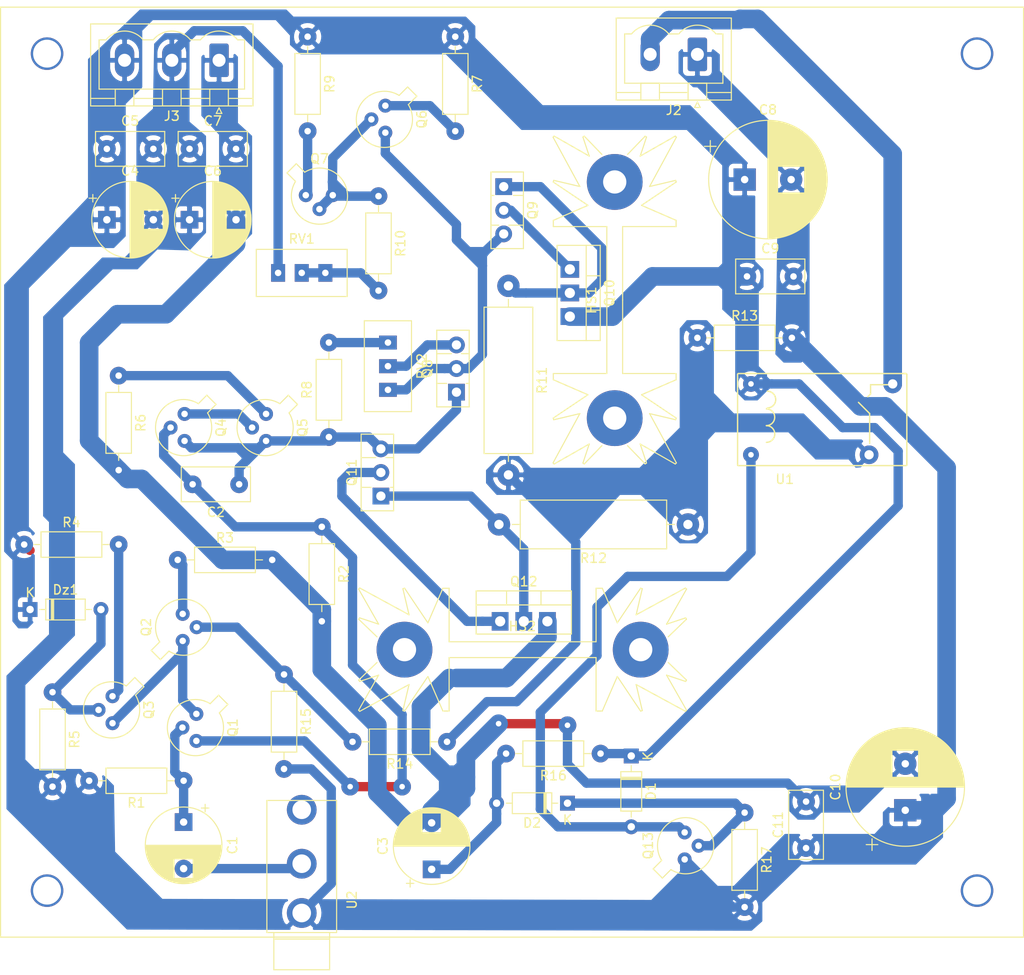
<source format=kicad_pcb>
(kicad_pcb (version 20171130) (host pcbnew "(5.1.5)-3")
  (title_block (title "Buck 45V vers 24/12V 13A") (rev V0) (company "INSA GEI") (comment 1 TR))
  (layers (0 F.Cu signal) (31 B.Cu signal) (34 B.Paste user) (35 F.Paste user) (36 B.SilkS user) (37 F.SilkS user) (38 B.Mask user) (39 F.Mask user) (44 Edge.Cuts user))
  (net 0 "")
  (net 1 "Net-(C1-Pad1)")
  (net 2 /JC1)
  (net 3 "Net-(C2-Pad1)")
  (net 4 "Net-(C2-Pad2)")
  (net 5 -12V)
  (net 6 "Net-(C3-Pad1)")
  (net 7 GND)
  (net 8 +12V)
  (net 9 "Net-(D1-Pad2)")
  (net 10 "Net-(D2-Pad1)")
  (net 11 "Net-(Dz1-Pad2)")
  (net 12 "Net-(J2-Pad1)")
  (net 13 "Net-(Q1-Pad1)")
  (net 14 "Net-(Q2-Pad2)")
  (net 15 "Net-(Q2-Pad3)")
  (net 16 "Net-(Q3-Pad1)")
  (net 17 "Net-(Q4-Pad1)")
  (net 18 "Net-(Q5-Pad1)")
  (net 19 "Net-(Q6-Pad1)")
  (net 20 "Net-(Q6-Pad2)")
  (net 21 "Net-(Q6-Pad3)")
  (net 22 "Net-(Q7-Pad1)")
  (net 23 "Net-(Q8-Pad3)")
  (net 24 "Net-(Q10-Pad2)")
  (net 25 "Net-(Q10-Pad1)")
  (net 26 "Net-(Q11-Pad1)")
  (net 27 "Net-(Q11-Pad2)")
  (net 28 "Net-(R8-Pad2)")
  (net 29 "Net-(R10-Pad2)")
  (net 30 "Net-(R11-Pad2)")
  (net 31 "Net-(U2-PadTN)")
  (module Lib3imacsCorrige:TO-18-3 (layer F.Cu) (at 114.808 169.164 90)
    (fp_text reference Q13 (at 1.27 -4.02 90) (layer F.SilkS))
    (fp_text value 2N2222)
    (pad 1 thru_hole circle (at -0.2 -0.1 90) (size 1.5 1.5) (drill 0.7) (layers *.Cu *.Mask) (net 7 GND))
    (pad 2 thru_hole circle (at 1.27 1.4 90) (size 1.5 1.5) (drill 0.7) (layers *.Cu *.Mask) (net 10 "Net-(D2-Pad1)"))
    (pad 3 thru_hole circle (at 2.7 -0.1 90) (size 1.5 1.5) (drill 0.7) (layers *.Cu *.Mask) (net 9 "Net-(D1-Pad2)"))
  )
  (module Diode_THT:D_DO-35_SOD27_P7.62mm_Horizontal (layer F.Cu) (at 102.108 163.322 180)
    (fp_text reference D2 (at 3.81 -2.12) (layer F.SilkS))
    (fp_text value 1N4148)
    (fp_text user K (at 0 -1.8) (layer F.SilkS))
    (pad 1 thru_hole rect (at 0 0 180) (size 1.6 1.6) (drill 0.8) (layers *.Cu *.Mask) (net 10 "Net-(D2-Pad1)"))
    (pad 2 thru_hole oval (at 7.62 0 180) (size 1.6 1.6) (drill 0.8) (layers *.Cu *.Mask) (net 6 "Net-(C3-Pad1)"))
  )
  (module Lib3imacsCorrige:CP_Radial_D8.0mm_P5.00mm (layer F.Cu) (at 60.833 165.354 270)
    (fp_text reference C1 (at 2.5 -5.25 90) (layer F.SilkS))
    (fp_text value 47u)
    (pad 1 thru_hole rect (at 0 0 270) (size 1.9 1.9) (drill 0.8) (layers *.Cu *.Mask) (net 1 "Net-(C1-Pad1)"))
    (pad 2 thru_hole circle (at 5 0 270) (size 1.9 1.9) (drill 0.8) (layers *.Cu *.Mask) (net 2 /JC1))
  )
  (module Lib3imacsCorrige:C_Rect_L7.2mm_W3.5mm_P5.00mm_FKS2_FKP2_MKS2_MKP2 (layer F.Cu) (at 66.802 129.032 180)
    (fp_text reference C2 (at 2.5 -3) (layer F.SilkS))
    (fp_text value C)
    (pad 1 thru_hole circle (at 0 0 180) (size 1.9 1.9) (drill 0.7) (layers *.Cu *.Mask) (net 3 "Net-(C2-Pad1)"))
    (pad 2 thru_hole circle (at 5 0 180) (size 1.9 1.9) (drill 0.7) (layers *.Cu *.Mask) (net 4 "Net-(C2-Pad2)"))
  )
  (module Lib3imacsCorrige:CP_Radial_D8.0mm_P5.00mm (layer F.Cu) (at 87.503 170.434 90)
    (fp_text reference C3 (at 2.5 -5.25 90) (layer F.SilkS))
    (fp_text value 47u)
    (pad 2 thru_hole circle (at 5 0 90) (size 1.9 1.9) (drill 0.8) (layers *.Cu *.Mask) (net 5 -12V))
    (pad 1 thru_hole rect (at 0 0 90) (size 1.9 1.9) (drill 0.8) (layers *.Cu *.Mask) (net 6 "Net-(C3-Pad1)"))
  )
  (module Lib3imacsCorrige:CP_Radial_D8.0mm_P5.00mm (layer F.Cu) (at 52.578 100.584)
    (fp_text reference C4 (at 2.5 -5.25) (layer F.SilkS))
    (fp_text value 10u)
    (pad 2 thru_hole circle (at 5 0) (size 1.9 1.9) (drill 0.8) (layers *.Cu *.Mask) (net 7 GND))
    (pad 1 thru_hole rect (at 0 0) (size 1.9 1.9) (drill 0.8) (layers *.Cu *.Mask) (net 8 +12V))
  )
  (module Lib3imacsCorrige:C_Rect_L7.2mm_W3.5mm_P5.00mm_FKS2_FKP2_MKS2_MKP2 (layer F.Cu) (at 52.578 92.964)
    (fp_text reference C5 (at 2.5 -3) (layer F.SilkS))
    (fp_text value 100n)
    (pad 1 thru_hole circle (at 0 0) (size 1.9 1.9) (drill 0.7) (layers *.Cu *.Mask) (net 8 +12V))
    (pad 2 thru_hole circle (at 5 0) (size 1.9 1.9) (drill 0.7) (layers *.Cu *.Mask) (net 7 GND))
  )
  (module Lib3imacsCorrige:CP_Radial_D8.0mm_P5.00mm (layer F.Cu) (at 61.468 100.584)
    (fp_text reference C6 (at 2.5 -5.25) (layer F.SilkS))
    (fp_text value 10u)
    (pad 1 thru_hole rect (at 0 0) (size 1.9 1.9) (drill 0.8) (layers *.Cu *.Mask) (net 7 GND))
    (pad 2 thru_hole circle (at 5 0) (size 1.9 1.9) (drill 0.8) (layers *.Cu *.Mask) (net 5 -12V))
  )
  (module Lib3imacsCorrige:C_Rect_L7.2mm_W3.5mm_P5.00mm_FKS2_FKP2_MKS2_MKP2 (layer F.Cu) (at 61.468 92.964)
    (fp_text reference C7 (at 2.5 -3) (layer F.SilkS))
    (fp_text value 100n)
    (pad 2 thru_hole circle (at 5 0) (size 1.9 1.9) (drill 0.7) (layers *.Cu *.Mask) (net 5 -12V))
    (pad 1 thru_hole circle (at 0 0) (size 1.9 1.9) (drill 0.7) (layers *.Cu *.Mask) (net 7 GND))
  )
  (module Lib3imacsCorrige:CP_Radial_D12.5mm_P5.00mm (layer F.Cu) (at 121.158 96.266)
    (fp_text reference C8 (at 2.5 -7.5) (layer F.SilkS))
    (fp_text value 470u)
    (pad 1 thru_hole rect (at 0 0) (size 2.4 2.4) (drill 0.8) (layers *.Cu *.Mask) (net 8 +12V))
    (pad 2 thru_hole circle (at 5 0) (size 2.4 2.4) (drill 0.8) (layers *.Cu *.Mask) (net 7 GND))
  )
  (module Lib3imacsCorrige:C_Rect_L7.2mm_W3.5mm_P5.00mm_FKS2_FKP2_MKS2_MKP2 (layer F.Cu) (at 121.412 106.68)
    (fp_text reference C9 (at 2.5 -3) (layer F.SilkS))
    (fp_text value 100n)
    (pad 1 thru_hole circle (at 0 0) (size 1.9 1.9) (drill 0.7) (layers *.Cu *.Mask) (net 8 +12V))
    (pad 2 thru_hole circle (at 5 0) (size 1.9 1.9) (drill 0.7) (layers *.Cu *.Mask) (net 7 GND))
  )
  (module Lib3imacsCorrige:CP_Radial_D12.5mm_P5.00mm (layer F.Cu) (at 138.43 164.084 90)
    (fp_text reference C10 (at 2.5 -7.5 90) (layer F.SilkS))
    (fp_text value 470u)
    (pad 2 thru_hole circle (at 5 0 90) (size 2.4 2.4) (drill 0.8) (layers *.Cu *.Mask) (net 5 -12V))
    (pad 1 thru_hole rect (at 0 0 90) (size 2.4 2.4) (drill 0.8) (layers *.Cu *.Mask) (net 7 GND))
  )
  (module Lib3imacsCorrige:C_Rect_L7.2mm_W3.5mm_P5.00mm_FKS2_FKP2_MKS2_MKP2 (layer F.Cu) (at 127.762 168.148 90)
    (fp_text reference C11 (at 2.5 -3 90) (layer F.SilkS))
    (fp_text value 100n)
    (pad 2 thru_hole circle (at 5 0 90) (size 1.9 1.9) (drill 0.7) (layers *.Cu *.Mask) (net 5 -12V))
    (pad 1 thru_hole circle (at 0 0 90) (size 1.9 1.9) (drill 0.7) (layers *.Cu *.Mask) (net 7 GND))
  )
  (module Diode_THT:D_DO-35_SOD27_P7.62mm_Horizontal (layer F.Cu) (at 108.966 158.242 270)
    (fp_text reference D1 (at 3.81 -2.12 90) (layer F.SilkS))
    (fp_text value 1N4148)
    (fp_text user K (at 0 -1.8 90) (layer F.SilkS))
    (pad 1 thru_hole rect (at 0 0 270) (size 1.6 1.6) (drill 0.8) (layers *.Cu *.Mask) (net 8 +12V))
    (pad 2 thru_hole oval (at 7.62 0 270) (size 1.6 1.6) (drill 0.8) (layers *.Cu *.Mask) (net 9 "Net-(D1-Pad2)"))
  )
  (module Diode_THT:D_DO-35_SOD27_P7.62mm_Horizontal (layer F.Cu) (at 44.323 142.494)
    (fp_text reference Dz1 (at 3.81 -2.12) (layer F.SilkS))
    (fp_text value BZx55C5V1)
    (fp_text user K (at 0 -1.8) (layer F.SilkS))
    (pad 2 thru_hole oval (at 7.62 0) (size 1.6 1.6) (drill 0.8) (layers *.Cu *.Mask) (net 11 "Net-(Dz1-Pad2)"))
    (pad 1 thru_hole rect (at 0 0) (size 1.6 1.6) (drill 0.8) (layers *.Cu *.Mask) (net 8 +12V))
  )
  (module Lib3imacsCorrige:Heatsink_Fischer_SK104-STC-STIC_35x13mm_2xDrill2.5mm (layer F.Cu) (at 107.188 109.22 90)
    (fp_text reference HS1 (at -0.025 -2.5 90) (layer F.SilkS))
    (fp_text value Heatsink)
    (pad 1 thru_hole circle (at 12.7 0 90) (size 6 6) (drill 2.5) (layers *.Cu *.Mask))
    (pad 1 thru_hole circle (at -12.7 0 270) (size 6 6) (drill 2.5) (layers *.Cu *.Mask))
  )
  (module Lib3imacsCorrige:Heatsink_Fischer_SK104-STC-STIC_35x13mm_2xDrill2.5mm (layer F.Cu) (at 97.282 146.812)
    (fp_text reference HS2 (at -0.025 -2.5) (layer F.SilkS))
    (fp_text value Heatsink)
    (pad 1 thru_hole circle (at -12.7 0 180) (size 6 6) (drill 2.5) (layers *.Cu *.Mask))
    (pad 1 thru_hole circle (at 12.7 0) (size 6 6) (drill 2.5) (layers *.Cu *.Mask))
  )
  (module Lib3imacsCorrige:PhoenixContact_MSTBVA_2,5_2-G-5,08_1x02_P5.08mm_Vertical (layer F.Cu) (at 116.078 82.804 180)
    (fp_text reference J2 (at 2.54 -6) (layer F.SilkS))
    (fp_text value Conn_01x02)
    (pad 1 thru_hole roundrect (at 0 0 180) (size 2.08 3.6) (drill 1.4) (layers *.Cu *.Mask) (roundrect_rratio 0.12) (net 7 GND))
    (pad 2 thru_hole oval (at 5.08 0 180) (size 2.08 3.6) (drill 1.4) (layers *.Cu *.Mask) (net 12 "Net-(J2-Pad1)"))
  )
  (module Lib3imacsCorrige:PhoenixContact_MSTBVA_2,5_3-G-5,08_1x03_P5.08mm_Vertical (layer F.Cu) (at 64.643 83.439 180)
    (fp_text reference J3 (at 5.08 -6) (layer F.SilkS))
    (fp_text value Conn_01x03)
    (pad 1 thru_hole roundrect (at 0 0 180) (size 2.08 3.6) (drill 1.4) (layers *.Cu *.Mask) (roundrect_rratio 0.120192) (net 5 -12V))
    (pad 2 thru_hole oval (at 5.08 0 180) (size 2.08 3.6) (drill 1.4) (layers *.Cu *.Mask) (net 7 GND))
    (pad 3 thru_hole oval (at 10.16 0 180) (size 2.08 3.6) (drill 1.4) (layers *.Cu *.Mask) (net 8 +12V))
  )
  (module Lib3imacsCorrige:TO-18-3 (layer F.Cu) (at 62.103 153.924 270)
    (fp_text reference Q1 (at 1.27 -4.02 90) (layer F.SilkS))
    (fp_text value 2N2907)
    (pad 3 thru_hole circle (at 2.7 -0.1 270) (size 1.5 1.5) (drill 0.7) (layers *.Cu *.Mask) (net 4 "Net-(C2-Pad2)"))
    (pad 2 thru_hole circle (at 1.27 1.4 270) (size 1.5 1.5) (drill 0.7) (layers *.Cu *.Mask) (net 1 "Net-(C1-Pad1)"))
    (pad 1 thru_hole circle (at -0.2 -0.1 270) (size 1.5 1.5) (drill 0.7) (layers *.Cu *.Mask) (net 13 "Net-(Q1-Pad1)"))
  )
  (module Lib3imacsCorrige:TO-18-3 (layer F.Cu) (at 60.833 145.669 90)
    (fp_text reference Q2 (at 1.27 -4.02 90) (layer F.SilkS))
    (fp_text value 2N2907)
    (pad 1 thru_hole circle (at -0.2 -0.1 90) (size 1.5 1.5) (drill 0.7) (layers *.Cu *.Mask) (net 13 "Net-(Q1-Pad1)"))
    (pad 2 thru_hole circle (at 1.27 1.4 90) (size 1.5 1.5) (drill 0.7) (layers *.Cu *.Mask) (net 14 "Net-(Q2-Pad2)"))
    (pad 3 thru_hole circle (at 2.7 -0.1 90) (size 1.5 1.5) (drill 0.7) (layers *.Cu *.Mask) (net 15 "Net-(Q2-Pad3)"))
  )
  (module Lib3imacsCorrige:TO-18-3 (layer F.Cu) (at 53.086 152.019 270)
    (fp_text reference Q3 (at 1.27 -4.02 90) (layer F.SilkS))
    (fp_text value 2N2907)
    (pad 3 thru_hole circle (at 2.7 -0.1 270) (size 1.5 1.5) (drill 0.7) (layers *.Cu *.Mask) (net 13 "Net-(Q1-Pad1)"))
    (pad 2 thru_hole circle (at 1.27 1.4 270) (size 1.5 1.5) (drill 0.7) (layers *.Cu *.Mask) (net 11 "Net-(Dz1-Pad2)"))
    (pad 1 thru_hole circle (at -0.2 -0.1 270) (size 1.5 1.5) (drill 0.7) (layers *.Cu *.Mask) (net 16 "Net-(Q3-Pad1)"))
  )
  (module Lib3imacsCorrige:TO-18-3 (layer F.Cu) (at 60.833 121.666 270)
    (fp_text reference Q4 (at 1.27 -4.02 90) (layer F.SilkS))
    (fp_text value 2N2222)
    (pad 1 thru_hole circle (at -0.2 -0.1 270) (size 1.5 1.5) (drill 0.7) (layers *.Cu *.Mask) (net 17 "Net-(Q4-Pad1)"))
    (pad 2 thru_hole circle (at 1.27 1.4 270) (size 1.5 1.5) (drill 0.7) (layers *.Cu *.Mask) (net 4 "Net-(C2-Pad2)"))
    (pad 3 thru_hole circle (at 2.7 -0.1 270) (size 1.5 1.5) (drill 0.7) (layers *.Cu *.Mask) (net 3 "Net-(C2-Pad1)"))
  )
  (module Lib3imacsCorrige:TO-18-3 (layer F.Cu) (at 69.596 121.666 270)
    (fp_text reference Q5 (at 1.27 -4.02 90) (layer F.SilkS))
    (fp_text value 2N2222)
    (pad 3 thru_hole circle (at 2.7 -0.1 270) (size 1.5 1.5) (drill 0.7) (layers *.Cu *.Mask) (net 3 "Net-(C2-Pad1)"))
    (pad 2 thru_hole circle (at 1.27 1.4 270) (size 1.5 1.5) (drill 0.7) (layers *.Cu *.Mask) (net 17 "Net-(Q4-Pad1)"))
    (pad 1 thru_hole circle (at -0.2 -0.1 270) (size 1.5 1.5) (drill 0.7) (layers *.Cu *.Mask) (net 18 "Net-(Q5-Pad1)"))
  )
  (module Lib3imacsCorrige:TO-18-3 (layer F.Cu) (at 82.423 88.519 270)
    (fp_text reference Q6 (at 1.27 -4.02 90) (layer F.SilkS))
    (fp_text value 2N2907)
    (pad 1 thru_hole circle (at -0.2 -0.1 270) (size 1.5 1.5) (drill 0.7) (layers *.Cu *.Mask) (net 19 "Net-(Q6-Pad1)"))
    (pad 2 thru_hole circle (at 1.27 1.4 270) (size 1.5 1.5) (drill 0.7) (layers *.Cu *.Mask) (net 20 "Net-(Q6-Pad2)"))
    (pad 3 thru_hole circle (at 2.7 -0.1 270) (size 1.5 1.5) (drill 0.7) (layers *.Cu *.Mask) (net 21 "Net-(Q6-Pad3)"))
  )
  (module Lib3imacsCorrige:TO-18-3 (layer F.Cu) (at 74.168 98.044)
    (fp_text reference Q7 (at 1.27 -4.02) (layer F.SilkS))
    (fp_text value 2N2907)
    (pad 3 thru_hole circle (at 2.7 -0.1) (size 1.5 1.5) (drill 0.7) (layers *.Cu *.Mask) (net 20 "Net-(Q6-Pad2)"))
    (pad 2 thru_hole circle (at 1.27 1.4) (size 1.5 1.5) (drill 0.7) (layers *.Cu *.Mask) (net 20 "Net-(Q6-Pad2)"))
    (pad 1 thru_hole circle (at -0.2 -0.1) (size 1.5 1.5) (drill 0.7) (layers *.Cu *.Mask) (net 22 "Net-(Q7-Pad1)"))
  )
  (module Package_TO_SOT_THT:TO-126-3_Vertical (layer F.Cu) (at 90.17 119.126 90)
    (fp_text reference Q8 (at 2.54 -3.12 90) (layer F.SilkS))
    (fp_text value BD139)
    (pad 3 thru_hole oval (at 5.08 0 90) (size 1.8 1.8) (drill 1) (layers *.Cu *.Mask) (net 23 "Net-(Q8-Pad3)"))
    (pad 2 thru_hole oval (at 2.54 0 90) (size 1.8 1.8) (drill 1) (layers *.Cu *.Mask) (net 21 "Net-(Q6-Pad3)"))
    (pad 1 thru_hole rect (at 0 0 90) (size 1.8 1.8) (drill 1) (layers *.Cu *.Mask) (net 3 "Net-(C2-Pad1)"))
  )
  (module Package_TO_SOT_THT:TO-126-3_Vertical (layer F.Cu) (at 95.25 97.028 270)
    (fp_text reference Q9 (at 2.54 -3.12 90) (layer F.SilkS))
    (fp_text value BD139)
    (pad 1 thru_hole rect (at 0 0 270) (size 1.8 1.8) (drill 1) (layers *.Cu *.Mask) (net 24 "Net-(Q10-Pad2)"))
    (pad 2 thru_hole oval (at 2.54 0 270) (size 1.8 1.8) (drill 1) (layers *.Cu *.Mask) (net 25 "Net-(Q10-Pad1)"))
    (pad 3 thru_hole oval (at 5.08 0 270) (size 1.8 1.8) (drill 1) (layers *.Cu *.Mask) (net 21 "Net-(Q6-Pad3)"))
  )
  (module Lib3imacsCorrige:TO-220-3_Vertical (layer F.Cu) (at 102.362 105.918 270)
    (fp_text reference Q10 (at 2.54 -4.27 90) (layer F.SilkS))
    (fp_text value TIP31)
    (pad 3 thru_hole rect (at 5.08 0 270) (size 1.8 2) (drill 1.1) (layers *.Cu *.Mask) (net 8 +12V))
    (pad 2 thru_hole rect (at 2.54 0 270) (size 1.8 2) (drill 1.1) (layers *.Cu *.Mask) (net 24 "Net-(Q10-Pad2)"))
    (pad 1 thru_hole rect (at 0 0 270) (size 1.8 2) (drill 1.1) (layers *.Cu *.Mask) (net 25 "Net-(Q10-Pad1)"))
  )
  (module Package_TO_SOT_THT:TO-126-3_Vertical (layer F.Cu) (at 82.042 130.302 90)
    (fp_text reference Q11 (at 2.54 -3.12 90) (layer F.SilkS))
    (fp_text value BD138)
    (pad 1 thru_hole rect (at 0 0 90) (size 1.8 1.8) (drill 1) (layers *.Cu *.Mask) (net 26 "Net-(Q11-Pad1)"))
    (pad 2 thru_hole oval (at 2.54 0 90) (size 1.8 1.8) (drill 1) (layers *.Cu *.Mask) (net 27 "Net-(Q11-Pad2)"))
    (pad 3 thru_hole oval (at 5.08 0 90) (size 1.8 1.8) (drill 1) (layers *.Cu *.Mask) (net 3 "Net-(C2-Pad1)"))
  )
  (module Lib3imacsCorrige:TO-220-3_Vertical (layer F.Cu) (at 94.869 143.764)
    (fp_text reference Q12 (at 2.54 -4.27) (layer F.SilkS))
    (fp_text value TIP31)
    (pad 1 thru_hole rect (at 0 0) (size 1.8 2) (drill 1.1) (layers *.Cu *.Mask) (net 27 "Net-(Q11-Pad2)"))
    (pad 2 thru_hole rect (at 2.54 0) (size 1.8 2) (drill 1.1) (layers *.Cu *.Mask) (net 26 "Net-(Q11-Pad1)"))
    (pad 3 thru_hole rect (at 5.08 0) (size 1.8 2) (drill 1.1) (layers *.Cu *.Mask) (net 5 -12V))
  )
  (module Lib3imacsCorrige:R_Axial_DIN0207_L6.3mm_D2.5mm_P10.16mm_Horizontal (layer F.Cu) (at 60.833 160.909 180)
    (fp_text reference R1 (at 5.08 -2.37) (layer F.SilkS))
    (fp_text value R)
    (pad 1 thru_hole circle (at 0 0 180) (size 1.9 1.9) (drill 0.7) (layers *.Cu *.Mask) (net 1 "Net-(C1-Pad1)"))
    (pad 2 thru_hole circle (at 10.16 0 180) (size 1.9 1.9) (drill 0.7) (layers *.Cu *.Mask) (net 7 GND))
  )
  (module Lib3imacsCorrige:R_Axial_DIN0207_L6.3mm_D2.5mm_P10.16mm_Horizontal (layer F.Cu) (at 75.692 133.604 270)
    (fp_text reference R2 (at 5.08 -2.37 90) (layer F.SilkS))
    (fp_text value 14.4K)
    (pad 2 thru_hole circle (at 10.16 0 270) (size 1.9 1.9) (drill 0.7) (layers *.Cu *.Mask) (net 5 -12V))
    (pad 1 thru_hole circle (at 0 0 270) (size 1.9 1.9) (drill 0.7) (layers *.Cu *.Mask) (net 4 "Net-(C2-Pad2)"))
  )
  (module Lib3imacsCorrige:R_Axial_DIN0207_L6.3mm_D2.5mm_P10.16mm_Horizontal (layer F.Cu) (at 60.198 137.16)
    (fp_text reference R3 (at 5.08 -2.37) (layer F.SilkS))
    (fp_text value 14.4K)
    (pad 2 thru_hole circle (at 10.16 0) (size 1.9 1.9) (drill 0.7) (layers *.Cu *.Mask) (net 5 -12V))
    (pad 1 thru_hole circle (at 0 0) (size 1.9 1.9) (drill 0.7) (layers *.Cu *.Mask) (net 15 "Net-(Q2-Pad3)"))
  )
  (module Lib3imacsCorrige:R_Axial_DIN0207_L6.3mm_D2.5mm_P10.16mm_Horizontal (layer F.Cu) (at 43.688 135.509)
    (fp_text reference R4 (at 5.08 -2.37) (layer F.SilkS))
    (fp_text value 18K)
    (pad 2 thru_hole circle (at 10.16 0) (size 1.9 1.9) (drill 0.7) (layers *.Cu *.Mask) (net 16 "Net-(Q3-Pad1)"))
    (pad 1 thru_hole circle (at 0 0) (size 1.9 1.9) (drill 0.7) (layers *.Cu *.Mask) (net 8 +12V))
  )
  (module Lib3imacsCorrige:R_Axial_DIN0207_L6.3mm_D2.5mm_P10.16mm_Horizontal (layer F.Cu) (at 46.736 151.384 270)
    (fp_text reference R5 (at 5.08 -2.37 90) (layer F.SilkS))
    (fp_text value 1380)
    (pad 1 thru_hole circle (at 0 0 270) (size 1.9 1.9) (drill 0.7) (layers *.Cu *.Mask) (net 11 "Net-(Dz1-Pad2)"))
    (pad 2 thru_hole circle (at 10.16 0 270) (size 1.9 1.9) (drill 0.7) (layers *.Cu *.Mask) (net 7 GND))
  )
  (module Lib3imacsCorrige:R_Axial_DIN0207_L6.3mm_D2.5mm_P10.16mm_Horizontal (layer F.Cu) (at 53.848 117.348 270)
    (fp_text reference R6 (at 5.08 -2.37 90) (layer F.SilkS))
    (fp_text value 15)
    (pad 1 thru_hole circle (at 0 0 270) (size 1.9 1.9) (drill 0.7) (layers *.Cu *.Mask) (net 18 "Net-(Q5-Pad1)"))
    (pad 2 thru_hole circle (at 10.16 0 270) (size 1.9 1.9) (drill 0.7) (layers *.Cu *.Mask) (net 5 -12V))
  )
  (module Lib3imacsCorrige:R_Axial_DIN0207_L6.3mm_D2.5mm_P10.16mm_Horizontal (layer F.Cu) (at 90.043 80.899 270)
    (fp_text reference R7 (at 5.08 -2.37 90) (layer F.SilkS))
    (fp_text value 150)
    (pad 1 thru_hole circle (at 0 0 270) (size 1.9 1.9) (drill 0.7) (layers *.Cu *.Mask) (net 8 +12V))
    (pad 2 thru_hole circle (at 10.16 0 270) (size 1.9 1.9) (drill 0.7) (layers *.Cu *.Mask) (net 19 "Net-(Q6-Pad1)"))
  )
  (module Lib3imacsCorrige:R_Axial_DIN0207_L6.3mm_D2.5mm_P10.16mm_Horizontal (layer F.Cu) (at 76.454 123.952 90)
    (fp_text reference R8 (at 5.08 -2.37 90) (layer F.SilkS))
    (fp_text value R)
    (pad 2 thru_hole circle (at 10.16 0 90) (size 1.9 1.9) (drill 0.7) (layers *.Cu *.Mask) (net 28 "Net-(R8-Pad2)"))
    (pad 1 thru_hole circle (at 0 0 90) (size 1.9 1.9) (drill 0.7) (layers *.Cu *.Mask) (net 3 "Net-(C2-Pad1)"))
  )
  (module Lib3imacsCorrige:R_Axial_DIN0207_L6.3mm_D2.5mm_P10.16mm_Horizontal (layer F.Cu) (at 74.168 80.899 270)
    (fp_text reference R9 (at 5.08 -2.37 90) (layer F.SilkS))
    (fp_text value 150)
    (pad 2 thru_hole circle (at 10.16 0 270) (size 1.9 1.9) (drill 0.7) (layers *.Cu *.Mask) (net 22 "Net-(Q7-Pad1)"))
    (pad 1 thru_hole circle (at 0 0 270) (size 1.9 1.9) (drill 0.7) (layers *.Cu *.Mask) (net 8 +12V))
  )
  (module Lib3imacsCorrige:R_Axial_DIN0207_L6.3mm_D2.5mm_P10.16mm_Horizontal (layer F.Cu) (at 81.788 98.044 270)
    (fp_text reference R10 (at 5.08 -2.37 90) (layer F.SilkS))
    (fp_text value 700)
    (pad 1 thru_hole circle (at 0 0 270) (size 1.9 1.9) (drill 0.7) (layers *.Cu *.Mask) (net 20 "Net-(Q6-Pad2)"))
    (pad 2 thru_hole circle (at 10.16 0 270) (size 1.9 1.9) (drill 0.7) (layers *.Cu *.Mask) (net 29 "Net-(R10-Pad2)"))
  )
  (module Lib3imacsCorrige:R_Axial_DIN0516_L15.5mm_D5.0mm_P20.32mm_Horizontal (layer F.Cu) (at 95.758 107.696 270)
    (fp_text reference R11 (at 10.16 -3.62 90) (layer F.SilkS))
    (fp_text value R)
    (pad 1 thru_hole circle (at 0 0 270) (size 2.4 2.4) (drill 1) (layers *.Cu *.Mask) (net 24 "Net-(Q10-Pad2)"))
    (pad 2 thru_hole oval (at 20.32 0 270) (size 2.4 2.4) (drill 1) (layers *.Cu *.Mask) (net 30 "Net-(R11-Pad2)"))
  )
  (module Lib3imacsCorrige:R_Axial_DIN0516_L15.5mm_D5.0mm_P20.32mm_Horizontal (layer F.Cu) (at 115.062 133.35 180)
    (fp_text reference R12 (at 10.16 -3.62) (layer F.SilkS))
    (fp_text value R)
    (pad 2 thru_hole oval (at 20.32 0 180) (size 2.4 2.4) (drill 1) (layers *.Cu *.Mask) (net 26 "Net-(Q11-Pad1)"))
    (pad 1 thru_hole circle (at 0 0 180) (size 2.4 2.4) (drill 1) (layers *.Cu *.Mask) (net 30 "Net-(R11-Pad2)"))
  )
  (module Lib3imacsCorrige:R_Axial_DIN0207_L6.3mm_D2.5mm_P10.16mm_Horizontal (layer F.Cu) (at 116.078 113.284)
    (fp_text reference R13 (at 5.08 -2.37) (layer F.SilkS))
    (fp_text value R)
    (pad 1 thru_hole circle (at 0 0) (size 1.9 1.9) (drill 0.7) (layers *.Cu *.Mask) (net 30 "Net-(R11-Pad2)"))
    (pad 2 thru_hole circle (at 10.16 0) (size 1.9 1.9) (drill 0.7) (layers *.Cu *.Mask) (net 7 GND))
  )
  (module Lib3imacsCorrige:R_Axial_DIN0207_L6.3mm_D2.5mm_P10.16mm_Horizontal (layer F.Cu) (at 89.154 156.718 180)
    (fp_text reference R14 (at 5.08 -2.37) (layer F.SilkS))
    (fp_text value R)
    (pad 2 thru_hole circle (at 10.16 0 180) (size 1.9 1.9) (drill 0.7) (layers *.Cu *.Mask) (net 14 "Net-(Q2-Pad2)"))
    (pad 1 thru_hole circle (at 0 0 180) (size 1.9 1.9) (drill 0.7) (layers *.Cu *.Mask) (net 30 "Net-(R11-Pad2)"))
  )
  (module Lib3imacsCorrige:R_Axial_DIN0207_L6.3mm_D2.5mm_P10.16mm_Horizontal (layer F.Cu) (at 71.628 149.479 270)
    (fp_text reference R15 (at 5.08 -2.37 90) (layer F.SilkS))
    (fp_text value R)
    (pad 1 thru_hole circle (at 0 0 270) (size 1.9 1.9) (drill 0.7) (layers *.Cu *.Mask) (net 14 "Net-(Q2-Pad2)"))
    (pad 2 thru_hole circle (at 10.16 0 270) (size 1.9 1.9) (drill 0.7) (layers *.Cu *.Mask) (net 7 GND))
  )
  (module Lib3imacsCorrige:R_Axial_DIN0207_L6.3mm_D2.5mm_P10.16mm_Horizontal (layer F.Cu) (at 105.664 157.988 180)
    (fp_text reference R16 (at 5.08 -2.37) (layer F.SilkS))
    (fp_text value R)
    (pad 1 thru_hole circle (at 0 0 180) (size 1.9 1.9) (drill 0.7) (layers *.Cu *.Mask) (net 8 +12V))
    (pad 2 thru_hole circle (at 10.16 0 180) (size 1.9 1.9) (drill 0.7) (layers *.Cu *.Mask) (net 6 "Net-(C3-Pad1)"))
  )
  (module Lib3imacsCorrige:R_Axial_DIN0207_L6.3mm_D2.5mm_P10.16mm_Horizontal (layer F.Cu) (at 121.158 164.338 270)
    (fp_text reference R17 (at 5.08 -2.37 90) (layer F.SilkS))
    (fp_text value R)
    (pad 2 thru_hole circle (at 10.16 0 270) (size 1.9 1.9) (drill 0.7) (layers *.Cu *.Mask) (net 7 GND))
    (pad 1 thru_hole circle (at 0 0 270) (size 1.9 1.9) (drill 0.7) (layers *.Cu *.Mask) (net 10 "Net-(D2-Pad1)"))
  )
  (module Lib3imacsCorrige:Potentiometer_Bourns_3296W_Vertical (layer F.Cu) (at 76.073 106.299)
    (fp_text reference RV1 (at -2.54 -3.66) (layer F.SilkS))
    (fp_text value R_POT)
    (pad 3 thru_hole rect (at -5.08 0) (size 1.5 1.9) (drill 0.7) (layers *.Cu *.Mask) (net 7 GND))
    (pad 2 thru_hole rect (at -2.54 0) (size 1.5 1.9) (drill 0.7) (layers *.Cu *.Mask) (net 29 "Net-(R10-Pad2)"))
    (pad 1 thru_hole rect (at 0 0) (size 1.5 1.9) (drill 0.7) (layers *.Cu *.Mask) (net 29 "Net-(R10-Pad2)"))
  )
  (module Lib3imacsCorrige:Potentiometer_Bourns_3296W_Vertical (layer F.Cu) (at 82.804 118.872 270)
    (fp_text reference RV2 (at -2.54 -3.66 90) (layer F.SilkS))
    (fp_text value R_POT)
    (pad 1 thru_hole rect (at 0 0 270) (size 1.5 1.9) (drill 0.7) (layers *.Cu *.Mask) (net 21 "Net-(Q6-Pad3)"))
    (pad 2 thru_hole rect (at -2.54 0 270) (size 1.5 1.9) (drill 0.7) (layers *.Cu *.Mask) (net 23 "Net-(Q8-Pad3)"))
    (pad 3 thru_hole rect (at -5.08 0 270) (size 1.5 1.9) (drill 0.7) (layers *.Cu *.Mask) (net 28 "Net-(R8-Pad2)"))
  )
  (module Lib3imacsCorrige:Relais_112LMH2 (layer F.Cu) (at 96.774 135.382)
    (fp_text reference U1 (at 28.7 -6.9) (layer F.SilkS))
    (fp_text value Relay_1CT)
    (pad b1 thru_hole circle (at 25.065 -9.525) (size 1.7 1.7) (drill 0.6) (layers *.Cu *.Mask) (net 9 "Net-(D1-Pad2)"))
    (pad c1 thru_hole circle (at 37.765 -9.525) (size 2 2) (drill 1) (layers *.Cu *.Mask) (net 30 "Net-(R11-Pad2)"))
    (pad b2 thru_hole circle (at 25.065 -17.145) (size 1.7 1.7) (drill 0.6) (layers *.Cu *.Mask) (net 8 +12V))
    (pad c2 thru_hole circle (at 40.305 -17.145) (size 2 2) (drill 1) (layers *.Cu *.Mask) (net 12 "Net-(J2-Pad1)"))
  )
  (module Empreinte_Mono_Jack:Jack_Mono (layer F.Cu) (at 73.533 181.229 90)
    (fp_text reference U2 (at 7.5 5.4 90) (layer F.SilkS))
    (fp_text value Jack_Mono)
    (pad TN thru_hole circle (at 17.2 0 180) (size 3.2 3.2) (drill 2) (layers *.Cu *.Mask) (net 31 "Net-(U2-PadTN)"))
    (pad G thru_hole circle (at 6.1 0 180) (size 3.2 3.2) (drill 2) (layers *.Cu *.Mask) (net 7 GND))
    (pad T thru_hole circle (at 11.4 0 180) (size 3.2 3.2) (drill 2) (layers *.Cu *.Mask) (net 2 /JC1))
  )
  (gr_line (start 151.148 77.724) (end 151.148 177.724) (layer F.SilkS) (width 0.12))
  (gr_line (start 41.148 177.724) (end 41.148 77.724) (layer F.SilkS) (width 0.12))
  (gr_line (start 151.148 177.724) (end 41.148 177.724) (layer F.SilkS) (width 0.12))
  (gr_line (start 41.148 77.724) (end 151.148 77.724) (layer F.SilkS) (width 0.12))
  (via (at 46.148 172.724) (size 3.5) (drill 3) (layers F.Cu B.Cu) (net 0))
  (via (at 46.148 82.724) (size 3.5) (drill 3) (layers F.Cu B.Cu) (net 0))
  (via (at 146.148 172.724) (size 3.5) (drill 3) (layers F.Cu B.Cu) (net 0))
  (via (at 146.148 82.724) (size 3.5) (drill 3) (layers F.Cu B.Cu) (net 0))
  (segment (start 60.833 165.354) (end 60.833 160.909) (width 1) (layer B.Cu) (net 1))
  (segment (start 59.953001 155.943999) (end 60.703 155.194) (width 1) (layer B.Cu) (net 1))
  (segment (start 59.883001 159.959001) (end 59.883001 156.013999) (width 1) (layer B.Cu) (net 1))
  (segment (start 59.883001 156.013999) (end 59.953001 155.943999) (width 1) (layer B.Cu) (net 1))
  (segment (start 60.833 160.909) (end 59.883001 159.959001) (width 1) (layer B.Cu) (net 1))
  (segment (start 73.008 170.354) (end 73.533 169.829) (width 1) (layer B.Cu) (net 2))
  (segment (start 60.833 170.354) (end 73.008 170.354) (width 1) (layer B.Cu) (net 2))
  (segment (start 76.04 124.366) (end 76.454 123.952) (width 1) (layer B.Cu) (net 3))
  (segment (start 69.696 124.366) (end 76.04 124.366) (width 1) (layer B.Cu) (net 3))
  (segment (start 80.772 123.952) (end 82.042 125.222) (width 1) (layer B.Cu) (net 3))
  (segment (start 76.454 123.952) (end 80.772 123.952) (width 1) (layer B.Cu) (net 3))
  (segment (start 90.17 121.026) (end 90.17 119.126) (width 1) (layer B.Cu) (net 3))
  (segment (start 85.974 125.222) (end 90.17 121.026) (width 1) (layer B.Cu) (net 3))
  (segment (start 82.042 125.222) (end 85.974 125.222) (width 1) (layer B.Cu) (net 3))
  (segment (start 66.802 129.032) (end 66.802 127.26) (width 1) (layer B.Cu) (net 3))
  (segment (start 61.682999 125.115999) (end 60.933 124.366) (width 1) (layer B.Cu) (net 3))
  (segment (start 68.946001 125.115999) (end 61.682999 125.115999) (width 1) (layer B.Cu) (net 3))
  (segment (start 69.696 124.366) (end 68.946001 125.115999) (width 1) (layer B.Cu) (net 3))
  (segment (start 67.567 126.495) (end 68.946001 125.115999) (width 1) (layer B.Cu) (net 3))
  (segment (start 67.567 126.495) (end 69.696 124.366) (width 1) (layer B.Cu) (net 3))
  (segment (start 66.802 127.26) (end 67.567 126.495) (width 1) (layer B.Cu) (net 3))
  (segment (start 67.567 126.495) (end 67.567 125.987) (width 1) (layer B.Cu) (net 3))
  (segment (start 66.695999 125.115999) (end 61.682999 125.115999) (width 1) (layer B.Cu) (net 3))
  (segment (start 67.567 125.987) (end 66.695999 125.115999) (width 1) (layer B.Cu) (net 3))
  (segment (start 78.74 161.544) (end 78.74 161.544) (width 1) (layer F.Cu) (net 4))
  (via (at 78.74 161.544) (size 1.9) (drill 0.6) (layers F.Cu B.Cu) (net 4))
  (segment (start 84.328 161.544) (end 84.328 161.544) (width 1) (layer F.Cu) (net 4))
  (via (at 84.328 161.544) (size 1.9) (drill 0.6) (layers F.Cu B.Cu) (net 4))
  (segment (start 60.852001 128.082001) (end 61.802 129.032) (width 1) (layer B.Cu) (net 4))
  (segment (start 58.683001 125.913001) (end 60.852001 128.082001) (width 1) (layer B.Cu) (net 4))
  (segment (start 58.683001 123.685999) (end 58.683001 125.913001) (width 1) (layer B.Cu) (net 4))
  (segment (start 59.433 122.936) (end 58.683001 123.685999) (width 1) (layer B.Cu) (net 4))
  (segment (start 66.374 133.604) (end 75.692 133.604) (width 1) (layer B.Cu) (net 4))
  (segment (start 61.802 129.032) (end 66.374 133.604) (width 1) (layer B.Cu) (net 4))
  (segment (start 73.82 156.624) (end 78.74 161.544) (width 1) (layer B.Cu) (net 4))
  (segment (start 62.203 156.624) (end 73.82 156.624) (width 1) (layer B.Cu) (net 4))
  (segment (start 75.692 133.604) (end 78.994 136.906) (width 1) (layer B.Cu) (net 4))
  (segment (start 78.994 136.906) (end 78.994 148.463) (width 1) (layer B.Cu) (net 4))
  (segment (start 84.328 153.797) (end 84.328 161.544) (width 1) (layer B.Cu) (net 4))
  (segment (start 78.994 148.463) (end 84.328 153.797) (width 1) (layer B.Cu) (net 4))
  (segment (start 78.74 161.544) (end 84.328 161.544) (width 1) (layer F.Cu) (net 4))
  (segment (start 94.996 154.432) (end 94.701179 154.772179) (width 1) (layer F.Cu) (net 5))
  (via (at 102.108 154.94) (size 1.9) (drill 0.6) (layers F.Cu B.Cu) (net 5))
  (via (at 94.701179 154.772179) (size 1.9) (drill 0.6) (layers F.Cu B.Cu) (net 5))
  (segment (start 101.940179 154.772179) (end 102.108 154.94) (width 1) (layer B.Cu) (net 5))
  (segment (start 89.074 165.434) (end 87.503 165.434) (width 1) (layer B.Cu) (net 5))
  (segment (start 91.186 163.322) (end 89.074 165.434) (width 1) (layer B.Cu) (net 5))
  (segment (start 102.108 154.94) (end 102.108 159.131) (width 1) (layer B.Cu) (net 5))
  (segment (start 102.108 159.131) (end 104.14 161.163) (width 1) (layer B.Cu) (net 5))
  (segment (start 125.777 161.163) (end 127.762 163.148) (width 1) (layer B.Cu) (net 5))
  (segment (start 104.14 161.163) (end 125.777 161.163) (width 1) (layer B.Cu) (net 5))
  (segment (start 86.868 152.4) (end 86.868 158.115) (width 1) (layer B.Cu) (net 5))
  (segment (start 89.408 149.86) (end 86.868 152.4) (width 1) (layer B.Cu) (net 5))
  (segment (start 91.186 162.433) (end 91.186 163.322) (width 1) (layer B.Cu) (net 5))
  (segment (start 101.940179 154.772179) (end 102.108 154.94) (width 1) (layer F.Cu) (net 5))
  (segment (start 94.701179 154.772179) (end 101.940179 154.772179) (width 1) (layer F.Cu) (net 5))
  (segment (start 89.027 160.274) (end 90.043 160.274) (width 1) (layer B.Cu) (net 5))
  (segment (start 91.186 159.131) (end 91.186 158.287358) (width 1) (layer B.Cu) (net 5))
  (segment (start 90.043 160.274) (end 91.186 159.131) (width 1) (layer B.Cu) (net 5))
  (segment (start 91.186 160.528) (end 91.186 162.433) (width 1) (layer B.Cu) (net 5))
  (segment (start 89.281 160.528) (end 89.027 160.274) (width 1) (layer B.Cu) (net 5))
  (segment (start 91.186 160.528) (end 89.281 160.528) (width 1) (layer B.Cu) (net 5))
  (segment (start 90.805 160.528) (end 90.043 161.29) (width 1) (layer B.Cu) (net 5))
  (segment (start 91.186 160.528) (end 90.805 160.528) (width 1) (layer B.Cu) (net 5))
  (segment (start 89.027 160.274) (end 90.043 161.29) (width 1) (layer B.Cu) (net 5))
  (segment (start 90.043 161.29) (end 91.186 162.433) (width 1) (layer B.Cu) (net 5))
  (segment (start 66.468 101.927502) (end 66.421 101.974502) (width 2) (layer B.Cu) (net 5))
  (segment (start 66.468 100.584) (end 66.468 101.927502) (width 2) (layer B.Cu) (net 5))
  (segment (start 66.468 100.584) (end 66.468 103.204) (width 2) (layer B.Cu) (net 5))
  (segment (start 66.468 103.204) (end 58.928 110.744) (width 2) (layer B.Cu) (net 5))
  (segment (start 58.928 110.744) (end 53.721 110.744) (width 2) (layer B.Cu) (net 5))
  (segment (start 53.721 110.744) (end 50.673 113.792) (width 2) (layer B.Cu) (net 5))
  (segment (start 50.673 124.333) (end 53.848 127.508) (width 2) (layer B.Cu) (net 5))
  (segment (start 50.673 113.792) (end 50.673 124.333) (width 2) (layer B.Cu) (net 5))
  (segment (start 54.797999 128.457999) (end 56.321999 128.457999) (width 2) (layer B.Cu) (net 5))
  (segment (start 53.848 127.508) (end 54.797999 128.457999) (width 2) (layer B.Cu) (net 5))
  (segment (start 65.024 137.16) (end 70.358 137.16) (width 2) (layer B.Cu) (net 5))
  (segment (start 56.321999 128.457999) (end 65.024 137.16) (width 2) (layer B.Cu) (net 5))
  (segment (start 70.358 137.16) (end 75.692 142.494) (width 2) (layer B.Cu) (net 5))
  (segment (start 75.692 142.494) (end 75.692 143.764) (width 2) (layer B.Cu) (net 5))
  (segment (start 81.661 162.207002) (end 81.661 154.94) (width 2) (layer B.Cu) (net 5))
  (segment (start 85.899 165.434) (end 84.887998 165.434) (width 2) (layer B.Cu) (net 5))
  (segment (start 84.887998 165.434) (end 81.661 162.207002) (width 2) (layer B.Cu) (net 5))
  (segment (start 85.899 165.434) (end 87.503 165.434) (width 1) (layer B.Cu) (net 5))
  (segment (start 75.692 148.971) (end 75.692 143.764) (width 2) (layer B.Cu) (net 5))
  (segment (start 81.661 154.94) (end 75.692 148.971) (width 2) (layer B.Cu) (net 5))
  (segment (start 91.186 161.751) (end 91.186 160.528) (width 2) (layer B.Cu) (net 5))
  (segment (start 87.503 165.434) (end 91.186 161.751) (width 2) (layer B.Cu) (net 5))
  (segment (start 91.186 158.287358) (end 94.701179 154.772179) (width 2) (layer B.Cu) (net 5))
  (segment (start 91.186 160.528) (end 91.186 158.287358) (width 2) (layer B.Cu) (net 5))
  (segment (start 89.281 162.312498) (end 89.281 160.528) (width 2) (layer B.Cu) (net 5))
  (segment (start 87.503 164.090498) (end 89.281 162.312498) (width 2) (layer B.Cu) (net 5))
  (segment (start 87.503 165.434) (end 87.503 164.090498) (width 2) (layer B.Cu) (net 5))
  (segment (start 86.36 152.908) (end 89.408 149.86) (width 2) (layer B.Cu) (net 5))
  (segment (start 86.36 157.607) (end 86.36 152.908) (width 2) (layer B.Cu) (net 5))
  (segment (start 99.949 145.464002) (end 99.949 143.764) (width 2) (layer B.Cu) (net 5))
  (segment (start 90.17 149.86) (end 95.553002 149.86) (width 2) (layer B.Cu) (net 5))
  (segment (start 95.553002 149.86) (end 99.949 145.464002) (width 2) (layer B.Cu) (net 5))
  (segment (start 90.17 149.86) (end 89.408 149.86) (width 1) (layer B.Cu) (net 5))
  (segment (start 88.646 159.893) (end 89.580358 159.893) (width 0.5) (layer B.Cu) (net 5))
  (segment (start 88.646 159.893) (end 89.027 160.274) (width 1) (layer B.Cu) (net 5))
  (segment (start 86.868 158.115) (end 88.646 159.893) (width 1) (layer B.Cu) (net 5))
  (segment (start 90.043 159.512) (end 90.424 159.131) (width 0.5) (layer B.Cu) (net 5))
  (segment (start 88.265 159.512) (end 90.043 159.512) (width 0.5) (layer B.Cu) (net 5))
  (segment (start 89.281 160.528) (end 88.265 159.512) (width 2) (layer B.Cu) (net 5))
  (segment (start 88.265 159.512) (end 86.36 157.607) (width 2) (layer B.Cu) (net 5))
  (segment (start 89.580358 159.893) (end 90.424 159.131) (width 0.5) (layer B.Cu) (net 5))
  (segment (start 90.424 159.131) (end 91.186 158.287358) (width 0.5) (layer B.Cu) (net 5))
  (segment (start 94.488 164.45337) (end 94.488 163.322) (width 1) (layer B.Cu) (net 6))
  (segment (start 94.488 165.399) (end 94.488 164.45337) (width 1) (layer B.Cu) (net 6))
  (segment (start 89.453 170.434) (end 94.488 165.399) (width 1) (layer B.Cu) (net 6))
  (segment (start 87.503 170.434) (end 89.453 170.434) (width 1) (layer B.Cu) (net 6))
  (segment (start 94.488 159.004) (end 95.504 157.988) (width 1) (layer B.Cu) (net 6))
  (segment (start 94.488 163.322) (end 94.488 159.004) (width 1) (layer B.Cu) (net 6))
  (segment (start 121.158 174.498) (end 121.412 174.498) (width 1) (layer F.Cu) (net 7))
  (segment (start 126.158 106.426) (end 126.412 106.68) (width 1) (layer F.Cu) (net 7))
  (segment (start 126.412 113.11) (end 126.238 113.284) (width 1) (layer F.Cu) (net 7))
  (segment (start 75.132999 173.529001) (end 75.136999 173.529001) (width 1) (layer B.Cu) (net 7))
  (segment (start 73.533 175.129) (end 75.132999 173.529001) (width 1) (layer B.Cu) (net 7))
  (segment (start 76.708 171.958) (end 76.708 161.798) (width 1) (layer B.Cu) (net 7))
  (segment (start 74.549 159.639) (end 71.628 159.639) (width 1) (layer B.Cu) (net 7))
  (segment (start 76.708 161.798) (end 74.549 159.639) (width 1) (layer B.Cu) (net 7))
  (segment (start 75.136999 173.529001) (end 76.708 171.958) (width 1) (layer B.Cu) (net 7))
  (segment (start 59.563 82.679) (end 61.978 80.264) (width 1) (layer B.Cu) (net 7))
  (segment (start 59.563 83.439) (end 59.563 82.679) (width 1) (layer B.Cu) (net 7))
  (segment (start 61.978 80.264) (end 67.183 80.264) (width 1) (layer B.Cu) (net 7))
  (segment (start 70.993 84.074) (end 70.993 106.299) (width 1) (layer B.Cu) (net 7))
  (segment (start 67.183 80.264) (end 70.993 84.074) (width 1) (layer B.Cu) (net 7))
  (segment (start 119.842 174.498) (end 114.708 169.364) (width 1) (layer B.Cu) (net 7))
  (segment (start 121.158 174.498) (end 119.842 174.498) (width 1) (layer B.Cu) (net 7))
  (segment (start 114.708 169.364) (end 114.708 170.842) (width 1) (layer B.Cu) (net 7))
  (segment (start 114.708 170.842) (end 110.998 174.552) (width 1) (layer B.Cu) (net 7))
  (segment (start 126.238 113.284) (end 128.778 115.824) (width 2) (layer B.Cu) (net 7))
  (segment (start 142.875 127.254) (end 137.033 121.412) (width 2) (layer B.Cu) (net 7))
  (segment (start 141.63 164.084) (end 142.875 162.839) (width 2) (layer B.Cu) (net 7))
  (segment (start 138.43 164.084) (end 141.63 164.084) (width 2) (layer B.Cu) (net 7))
  (segment (start 142.875 162.839) (end 142.875 127.254) (width 2) (layer B.Cu) (net 7))
  (segment (start 133.604 120.65) (end 126.238 113.284) (width 2) (layer B.Cu) (net 7))
  (segment (start 137.033 121.412) (end 136.271 120.65) (width 2) (layer B.Cu) (net 7))
  (segment (start 136.271 120.65) (end 133.604 120.65) (width 2) (layer B.Cu) (net 7))
  (segment (start 44.323 136.144) (end 43.688 135.509) (width 1) (layer F.Cu) (net 8))
  (segment (start 121.839 107.107) (end 121.412 106.68) (width 1) (layer F.Cu) (net 8))
  (segment (start 121.158 106.426) (end 121.412 106.68) (width 1) (layer F.Cu) (net 8))
  (segment (start 108.712 157.988) (end 108.966 158.242) (width 1) (layer B.Cu) (net 8))
  (segment (start 105.664 157.988) (end 108.712 157.988) (width 1) (layer B.Cu) (net 8))
  (segment (start 106.934 110.998) (end 111.252 106.68) (width 2) (layer B.Cu) (net 8))
  (segment (start 102.362 110.998) (end 106.934 110.998) (width 2) (layer B.Cu) (net 8))
  (segment (start 111.252 106.68) (end 121.412 106.68) (width 2) (layer B.Cu) (net 8))
  (segment (start 121.839 118.237) (end 124.079 118.237) (width 1) (layer B.Cu) (net 8))
  (segment (start 123.571 118.745) (end 124.079 118.237) (width 0.4) (layer B.Cu) (net 8))
  (segment (start 124.079 118.237) (end 122.809 116.967) (width 0.4) (layer B.Cu) (net 8))
  (segment (start 110.766 158.242) (end 108.966 158.242) (width 1) (layer B.Cu) (net 8))
  (segment (start 137.668 131.34) (end 110.766 158.242) (width 1) (layer B.Cu) (net 8))
  (segment (start 127 118.237) (end 131.699 122.936) (width 1) (layer B.Cu) (net 8))
  (segment (start 124.079 118.237) (end 127 118.237) (width 1) (layer B.Cu) (net 8))
  (segment (start 135.128 122.936) (end 137.668 125.476) (width 1) (layer B.Cu) (net 8))
  (segment (start 131.699 122.936) (end 135.128 122.936) (width 1) (layer B.Cu) (net 8))
  (segment (start 137.668 125.476) (end 137.668 131.34) (width 1) (layer B.Cu) (net 8))
  (segment (start 114.106 165.862) (end 114.708 166.464) (width 1) (layer B.Cu) (net 9))
  (segment (start 108.966 165.862) (end 114.106 165.862) (width 1) (layer B.Cu) (net 9))
  (segment (start 121.839 136.352) (end 121.839 125.857) (width 1) (layer B.Cu) (net 9))
  (segment (start 119.253 138.938) (end 121.839 136.352) (width 1) (layer B.Cu) (net 9))
  (segment (start 108.585 138.938) (end 119.253 138.938) (width 1) (layer B.Cu) (net 9))
  (segment (start 105.283 142.24) (end 108.585 138.938) (width 1) (layer B.Cu) (net 9))
  (segment (start 101.092 165.862) (end 99.187 163.957) (width 1) (layer B.Cu) (net 9))
  (segment (start 108.966 165.862) (end 101.092 165.862) (width 1) (layer B.Cu) (net 9))
  (segment (start 105.283 147.447) (end 105.283 142.24) (width 1) (layer B.Cu) (net 9))
  (segment (start 99.187 163.957) (end 99.187 153.543) (width 1) (layer B.Cu) (net 9))
  (segment (start 99.187 153.543) (end 105.283 147.447) (width 1) (layer B.Cu) (net 9))
  (segment (start 117.602 167.894) (end 121.158 164.338) (width 1) (layer B.Cu) (net 10))
  (segment (start 116.208 167.894) (end 117.602 167.894) (width 1) (layer B.Cu) (net 10))
  (segment (start 120.142 163.322) (end 102.108 163.322) (width 1) (layer B.Cu) (net 10))
  (segment (start 121.158 164.338) (end 120.142 163.322) (width 1) (layer B.Cu) (net 10))
  (segment (start 51.943 146.177) (end 46.736 151.384) (width 1) (layer B.Cu) (net 11))
  (segment (start 51.943 142.494) (end 51.943 146.177) (width 1) (layer B.Cu) (net 11))
  (segment (start 48.641 153.289) (end 46.736 151.384) (width 1) (layer B.Cu) (net 11))
  (segment (start 51.686 153.289) (end 48.641 153.289) (width 1) (layer B.Cu) (net 11))
  (segment (start 137.079 93.518) (end 137.079 118.237) (width 2) (layer B.Cu) (net 12))
  (segment (start 122.555 78.994) (end 137.079 93.518) (width 2) (layer B.Cu) (net 12))
  (segment (start 110.998 82.804) (end 110.998 81.153) (width 2) (layer B.Cu) (net 12))
  (segment (start 110.998 81.153) (end 113.03 79.121) (width 2) (layer B.Cu) (net 12))
  (segment (start 113.03 79.121) (end 120.528598 79.121) (width 2) (layer B.Cu) (net 12))
  (segment (start 120.528598 79.121) (end 120.655598 78.994) (width 2) (layer B.Cu) (net 12))
  (segment (start 120.655598 78.994) (end 122.555 78.994) (width 2) (layer B.Cu) (net 12))
  (segment (start 60.733 152.254) (end 62.203 153.724) (width 1) (layer B.Cu) (net 13))
  (segment (start 60.733 145.869) (end 60.733 152.254) (width 1) (layer B.Cu) (net 13))
  (segment (start 60.733 147.172) (end 60.733 145.869) (width 1) (layer B.Cu) (net 13))
  (segment (start 53.186 154.719) (end 60.733 147.172) (width 1) (layer B.Cu) (net 13))
  (segment (start 78.994 157.025498) (end 78.74 156.771498) (width 1) (layer F.Cu) (net 14))
  (segment (start 78.74 156.771498) (end 78.74 156.591) (width 1) (layer F.Cu) (net 14))
  (segment (start 66.548 144.399) (end 71.628 149.479) (width 1) (layer B.Cu) (net 14))
  (segment (start 62.233 144.399) (end 66.548 144.399) (width 1) (layer B.Cu) (net 14))
  (segment (start 78.867 156.718) (end 78.994 156.718) (width 1) (layer B.Cu) (net 14))
  (segment (start 71.628 149.479) (end 78.867 156.718) (width 1) (layer B.Cu) (net 14))
  (segment (start 60.733 137.695) (end 60.198 137.16) (width 1) (layer B.Cu) (net 15))
  (segment (start 60.733 142.969) (end 60.733 137.695) (width 1) (layer B.Cu) (net 15))
  (segment (start 53.948 135.409) (end 53.848 135.509) (width 1) (layer F.Cu) (net 16))
  (segment (start 53.848 151.157) (end 53.186 151.819) (width 1) (layer B.Cu) (net 16))
  (segment (start 53.848 135.509) (end 53.848 151.157) (width 1) (layer B.Cu) (net 16))
  (segment (start 66.726 121.466) (end 68.196 122.936) (width 1) (layer B.Cu) (net 17))
  (segment (start 60.933 121.466) (end 66.726 121.466) (width 1) (layer B.Cu) (net 17))
  (segment (start 65.578 117.348) (end 69.696 121.466) (width 1) (layer B.Cu) (net 18))
  (segment (start 53.848 117.348) (end 65.578 117.348) (width 1) (layer B.Cu) (net 18))
  (segment (start 89.843 91.259) (end 90.043 91.059) (width 1) (layer F.Cu) (net 19))
  (segment (start 87.303 88.319) (end 90.043 91.059) (width 1) (layer B.Cu) (net 19))
  (segment (start 82.523 88.319) (end 87.303 88.319) (width 1) (layer B.Cu) (net 19))
  (segment (start 76.968 98.044) (end 76.868 97.944) (width 1) (layer F.Cu) (net 20))
  (segment (start 75.438 99.374) (end 76.868 97.944) (width 1) (layer B.Cu) (net 20))
  (segment (start 75.438 99.444) (end 75.438 99.374) (width 1) (layer B.Cu) (net 20))
  (segment (start 76.968 98.044) (end 76.868 97.944) (width 1) (layer B.Cu) (net 20))
  (segment (start 81.788 98.044) (end 76.968 98.044) (width 1) (layer B.Cu) (net 20))
  (segment (start 76.868 93.944) (end 81.023 89.789) (width 1) (layer B.Cu) (net 20))
  (segment (start 78.359 98.044) (end 76.835 96.52) (width 1) (layer B.Cu) (net 20))
  (segment (start 81.788 98.044) (end 78.359 98.044) (width 1) (layer B.Cu) (net 20))
  (segment (start 76.868 97.944) (end 76.835 96.52) (width 1) (layer B.Cu) (net 20))
  (segment (start 76.835 96.52) (end 76.868 93.944) (width 1) (layer B.Cu) (net 20))
  (segment (start 82.523 91.219) (end 82.583 91.219) (width 1) (layer F.Cu) (net 21))
  (segment (start 82.523 91.219) (end 82.523 93.445) (width 1) (layer B.Cu) (net 21))
  (segment (start 82.523 93.445) (end 90.17 101.092) (width 1) (layer B.Cu) (net 21))
  (segment (start 90.17 101.092) (end 90.17 102.743) (width 1) (layer B.Cu) (net 21))
  (segment (start 92.964 105.537) (end 92.964 115.062) (width 1) (layer B.Cu) (net 21))
  (segment (start 92.964 115.062) (end 91.44 116.586) (width 1) (layer B.Cu) (net 21))
  (segment (start 91.44 116.586) (end 90.17 116.586) (width 1) (layer B.Cu) (net 21))
  (segment (start 92.964 104.394) (end 92.964 105.537) (width 1) (layer B.Cu) (net 21))
  (segment (start 87.04 116.586) (end 88.897208 116.586) (width 1) (layer B.Cu) (net 21))
  (segment (start 84.754 118.872) (end 87.04 116.586) (width 1) (layer B.Cu) (net 21))
  (segment (start 88.897208 116.586) (end 90.17 116.586) (width 1) (layer B.Cu) (net 21))
  (segment (start 82.804 118.872) (end 84.754 118.872) (width 1) (layer B.Cu) (net 21))
  (segment (start 93.218 104.013) (end 92.964 104.394) (width 1) (layer B.Cu) (net 21))
  (segment (start 95.25 102.108) (end 93.218 104.013) (width 1) (layer B.Cu) (net 21))
  (segment (start 91.44 104.013) (end 93.218 104.013) (width 1) (layer B.Cu) (net 21))
  (segment (start 91.44 104.013) (end 92.964 105.537) (width 1) (layer B.Cu) (net 21))
  (segment (start 90.17 102.743) (end 91.44 104.013) (width 1) (layer B.Cu) (net 21))
  (segment (start 74.168 97.744) (end 73.968 97.944) (width 1) (layer B.Cu) (net 22))
  (segment (start 74.168 91.059) (end 74.168 97.744) (width 1) (layer B.Cu) (net 22))
  (segment (start 84.754 116.332) (end 87.04 114.046) (width 1) (layer B.Cu) (net 23))
  (segment (start 82.804 116.332) (end 84.754 116.332) (width 1) (layer B.Cu) (net 23))
  (segment (start 87.04 114.046) (end 90.17 114.046) (width 1) (layer B.Cu) (net 23))
  (segment (start 95.758 107.696) (end 95.631 107.696) (width 0.4) (layer F.Cu) (net 24))
  (segment (start 99.187 97.028) (end 95.25 97.028) (width 1) (layer B.Cu) (net 24))
  (segment (start 105.791 103.632) (end 99.187 97.028) (width 1) (layer B.Cu) (net 24))
  (segment (start 105.791 107.061) (end 105.791 103.632) (width 1) (layer B.Cu) (net 24))
  (segment (start 102.362 108.458) (end 104.394 108.458) (width 1) (layer B.Cu) (net 24))
  (segment (start 104.394 108.458) (end 105.791 107.061) (width 1) (layer B.Cu) (net 24))
  (segment (start 97.649998 108.458) (end 102.362 108.458) (width 1) (layer B.Cu) (net 24))
  (segment (start 95.758 107.696) (end 96.52 108.458) (width 1) (layer B.Cu) (net 24))
  (segment (start 96.52 108.458) (end 97.649998 108.458) (width 1) (layer B.Cu) (net 24))
  (segment (start 96.012 99.568) (end 102.362 105.918) (width 1) (layer B.Cu) (net 25))
  (segment (start 95.25 99.568) (end 96.012 99.568) (width 1) (layer B.Cu) (net 25))
  (segment (start 91.694 130.302) (end 94.742 133.35) (width 1) (layer B.Cu) (net 26))
  (segment (start 82.042 130.302) (end 91.694 130.302) (width 1) (layer B.Cu) (net 26))
  (segment (start 97.409 136.017) (end 94.742 133.35) (width 1) (layer B.Cu) (net 26))
  (segment (start 97.409 143.764) (end 97.409 136.017) (width 1) (layer B.Cu) (net 26))
  (segment (start 78.74 127.762) (end 77.851 128.651) (width 1) (layer B.Cu) (net 27))
  (segment (start 82.042 127.762) (end 78.74 127.762) (width 1) (layer B.Cu) (net 27))
  (segment (start 92.969 143.764) (end 94.869 143.764) (width 1) (layer B.Cu) (net 27))
  (segment (start 77.851 128.651) (end 77.851 130.302) (width 1) (layer B.Cu) (net 27))
  (segment (start 91.313 143.764) (end 92.969 143.764) (width 1) (layer B.Cu) (net 27))
  (segment (start 77.851 130.302) (end 91.313 143.764) (width 1) (layer B.Cu) (net 27))
  (segment (start 76.454 113.792) (end 82.804 113.792) (width 1) (layer B.Cu) (net 28))
  (segment (start 73.533 106.299) (end 76.073 106.299) (width 1) (layer B.Cu) (net 29))
  (segment (start 79.883 106.299) (end 81.788 108.204) (width 1) (layer B.Cu) (net 29))
  (segment (start 76.073 106.299) (end 79.883 106.299) (width 1) (layer B.Cu) (net 29))
  (segment (start 93.472 152.4) (end 89.154 156.718) (width 1) (layer B.Cu) (net 30))
  (segment (start 102.997 146.05) (end 96.647 152.4) (width 1) (layer B.Cu) (net 30))
  (segment (start 95.758 128.016) (end 102.997 135.255) (width 1) (layer B.Cu) (net 30))
  (segment (start 96.647 152.4) (end 93.472 152.4) (width 1) (layer B.Cu) (net 30))
  (segment (start 102.997 135.255) (end 102.997 146.05) (width 1) (layer B.Cu) (net 30))
  (zone (net 8) (net_name +12V) (layer B.Cu) (connect_pads (clearance 0.508)) (min_thickness 0.254) (fill yes (arc_segments 32) (thermal_gap 0.508) (thermal_bridge_width 0.508))
    (polygon (pts (xy 72.644 78.74) (xy 91.186 78.74) (xy 92.202 79.756) (xy 92.202 81.534) (xy 90.805 82.804) (xy 73.406 82.804) (xy 72.263 81.788) (xy 72.263 80.772) (xy 70.739 79.121) (xy 57.531 79.121) (xy 56.388 80.264) (xy 56.388 86.36) (xy 54.61 88.138) (xy 54.61 102.362) (xy 53.34 103.632) (xy 52.197 103.632) (xy 50.546 102.108) (xy 50.546 83.312) (xy 53.086 80.899) (xy 56.134 77.978) (xy 71.882 77.978)))
  )
  (zone (net 7) (net_name GND) (layer B.Cu) (connect_pads (clearance 0.508)) (min_thickness 0.254) (fill yes (arc_segments 32) (thermal_gap 0.508) (thermal_bridge_width 0.508))
    (polygon (pts (xy 61.468 81.407) (xy 61.468 90.043) (xy 63.246 91.567) (xy 63.246 101.981) (xy 61.468 103.886) (xy 57.023 103.759) (xy 55.753 102.5525) (xy 55.753 90.2335) (xy 57.531 88.646) (xy 57.658 81.661) (xy 58.801 80.518) (xy 60.579 80.518)))
  )
  (zone (net 5) (net_name -12V) (layer B.Cu) (connect_pads (clearance 0.508)) (min_thickness 0.254) (fill yes (arc_segments 32) (thermal_gap 0.508) (thermal_bridge_width 0.508))
    (polygon (pts (xy 66.675 83.058) (xy 66.675 90.17) (xy 68.199 91.567) (xy 68.199 102.108) (xy 66.929 103.378) (xy 65.659 103.378) (xy 64.643 102.362) (xy 64.643 91.44) (xy 62.738 89.408) (xy 62.738 83.058) (xy 63.246 82.423) (xy 66.04 82.423)))
  )
  (zone (net 8) (net_name +12V) (layer B.Cu) (connect_pads (clearance 0.508)) (min_thickness 0.254) (fill yes (arc_segments 32) (thermal_gap 0.508) (thermal_bridge_width 0.508))
    (polygon (pts (xy 54.229 99.441) (xy 54.229 102.235) (xy 52.959 103.505) (xy 48.641 103.505) (xy 44.196 107.95) (xy 44.196 133.604) (xy 44.831 134.239) (xy 44.831 143.764) (xy 44.069 144.526) (xy 43.053 144.526) (xy 42.418 143.764) (xy 42.418 137.16) (xy 41.529 136.271) (xy 41.529 107.569) (xy 50.546 98.171) (xy 52.959 98.171)))
  )
  (zone (net 7) (net_name GND) (layer B.Cu) (connect_pads (clearance 0.508)) (min_thickness 0.254) (fill yes (arc_segments 32) (thermal_gap 0.508) (thermal_bridge_width 0.508))
    (polygon (pts (xy 63.119 99.441) (xy 63.119 101.727) (xy 61.976 102.997) (xy 58.801 102.997) (xy 55.88 105.918) (xy 53.213 105.918) (xy 47.879 111.125) (xy 47.879 125.603) (xy 49.149 126.873) (xy 49.149 145.288) (xy 43.815 150.622) (xy 43.815 158.623) (xy 44.831 159.639) (xy 51.562 159.639) (xy 53.34 161.417) (xy 53.467 168.529) (xy 58.547 173.609) (xy 118.491 173.736) (xy 125.476 166.624) (xy 135.128 166.624) (xy 136.017 165.6715) (xy 136.017 164.2745) (xy 138.049 162.306) (xy 140.97 162.306) (xy 142.494 163.83) (xy 142.494 167.005) (xy 139.573 169.926) (xy 127.254 169.926) (xy 123.063 173.99) (xy 123.063 176.022) (xy 121.92 177.038) (xy 54.737 176.911) (xy 41.783 163.957) (xy 41.783 149.606) (xy 46.355 145.161) (xy 46.355 133.096) (xy 45.72 132.461) (xy 45.72 110.998) (xy 52.07 104.648) (xy 54.483 104.648) (xy 56.134 102.997) (xy 56.134 99.695) (xy 57.023 98.806) (xy 62.484 98.806)))
  )
  (zone (net 7) (net_name GND) (layer B.Cu) (connect_pads (clearance 0.508)) (min_thickness 0.254) (fill yes (arc_segments 32) (thermal_gap 0.508) (thermal_bridge_width 0.508))
    (polygon (pts (xy 118.491 82.804) (xy 118.491 84.582) (xy 128.143 94.234) (xy 128.143 98.552) (xy 128.143 115.062) (xy 127.254 115.951) (xy 125.349 115.951) (xy 124.46 115.062) (xy 124.714 99.06) (xy 124.079 98.298) (xy 124.079 94.488) (xy 116.078 86.36) (xy 115.608934 86.339582) (xy 114.046 84.836) (xy 114.046 82.55) (xy 114.935 81.621313) (xy 117.094 81.700688)))
  )
  (zone (net 5) (net_name -12V) (layer B.Cu) (connect_pads (clearance 0.508)) (min_thickness 0.254) (fill yes (arc_segments 32) (thermal_gap 0.508) (thermal_bridge_width 0.508))
    (polygon (pts (xy 140.589 157.988) (xy 140.589 160.147) (xy 139.573 161.163) (xy 136.652 161.163) (xy 133.477 164.338) (xy 129.413 164.338) (xy 128.651 165.1) (xy 126.873 165.1) (xy 125.857 164.084) (xy 125.857 162.433) (xy 126.873 161.417) (xy 132.207 161.417) (xy 136.779 156.845) (xy 139.446 156.845)))
  )
  (zone (net 8) (net_name +12V) (layer B.Cu) (connect_pads (clearance 0.508)) (min_thickness 0.254) (fill yes (arc_segments 32) (thermal_gap 0.508) (thermal_bridge_width 0.508))
    (polygon (pts (xy 99.441 88.265) (xy 115.316 88.265) (xy 122.301 95.25) (xy 122.301 105.029) (xy 123.19 105.918) (xy 123.19 107.823) (xy 122.682 108.331) (xy 122.682 116.332) (xy 123.571 117.221) (xy 123.571 118.999) (xy 122.555 120.015) (xy 121.158 120.015) (xy 120.142 118.999) (xy 120.142 111.506) (xy 118.745 110.236) (xy 118.745 94.742) (xy 114.935 90.932) (xy 97.155 90.932) (xy 87.503 81.28) (xy 87.503 80.518) (xy 88.392 79.629) (xy 90.805 79.629)))
  )
  (zone (net 30) (net_name "Net-(R11-Pad2)") (layer B.Cu) (connect_pads (clearance 0.508)) (min_thickness 0.254) (fill yes (arc_segments 32) (thermal_gap 0.508) (thermal_bridge_width 0.508))
    (polygon (pts (xy 117.856 112.17275) (xy 117.856 119.22125) (xy 120.015 121.412) (xy 127.508 121.412) (xy 130.302 124.206) (xy 133.731 124.206) (xy 134.90575 125.222) (xy 134.874 126.492) (xy 134.493 127.127) (xy 133.096 127.254) (xy 132.334 126.365) (xy 128.778 126.365) (xy 125.857 123.444) (xy 117.983 123.444) (xy 117.221 124.2695) (xy 117.221 134.3025) (xy 116.078 135.382) (xy 114.173 135.382) (xy 113.03 134.3025) (xy 113.03 133.1595) (xy 109.982 130.175) (xy 94.488 130.175) (xy 93.345 128.905) (xy 93.345 127.508) (xy 94.869 125.984) (xy 96.901 125.984) (xy 98.171 127.254) (xy 109.855 127.254) (xy 114.173 122.936) (xy 114.173 112.268) (xy 114.935 111.379) (xy 117.094 111.379)))
  )
  (zone (net 7) (net_name GND) (layer B.Cu) (connect_pads (clearance 0.508)) (min_thickness 0.254) (fill yes (arc_segments 32) (thermal_gap 0.508) (thermal_bridge_width 0.508))
    (polygon (pts (xy 119.253 173.99) (xy 119.253 175.895) (xy 118.364 176.784) (xy 112.268 176.784) (xy 111.252 175.768) (xy 111.252 173.99) (xy 114.808 170.434) (xy 115.697 170.434)))
  )
  (zone (net 7) (net_name GND) (layer B.Cu) (connect_pads (clearance 0.508)) (min_thickness 0.254) (fill yes (arc_segments 32) (thermal_gap 0.508) (thermal_bridge_width 0.508))
    (polygon (pts (xy 119.253 173.736) (xy 117.856 172.212) (xy 120.777 172.212)))
  )
  (zone (net 7) (net_name GND) (layer B.Cu) (connect_pads (clearance 0.508)) (min_thickness 0.254) (fill yes (arc_segments 32) (thermal_gap 0.508) (thermal_bridge_width 0.508))
    (polygon (pts (xy 142.494 164.084) (xy 140.97 162.306) (xy 142.494 162.306)))
  )
  (zone (net 8) (net_name +12V) (layer B.Cu) (connect_pads (clearance 0.508)) (min_thickness 0.254) (fill yes (arc_segments 32) (thermal_gap 0.508) (thermal_bridge_width 0.508))
    (polygon (pts (xy 118.999 108.331) (xy 117.729 107.061) (xy 117.729 106.299) (xy 118.999 105.029)))
  )
  (zone (net 30) (net_name "Net-(R11-Pad2)") (layer B.Cu) (connect_pads (clearance 0.508)) (min_thickness 0.254) (fill yes (arc_segments 32) (thermal_gap 0.508) (thermal_bridge_width 0.508))
    (polygon (pts (xy 103.124 135.255) (xy 95.885 128.016) (xy 109.728 128.016)))
  )
)
</source>
